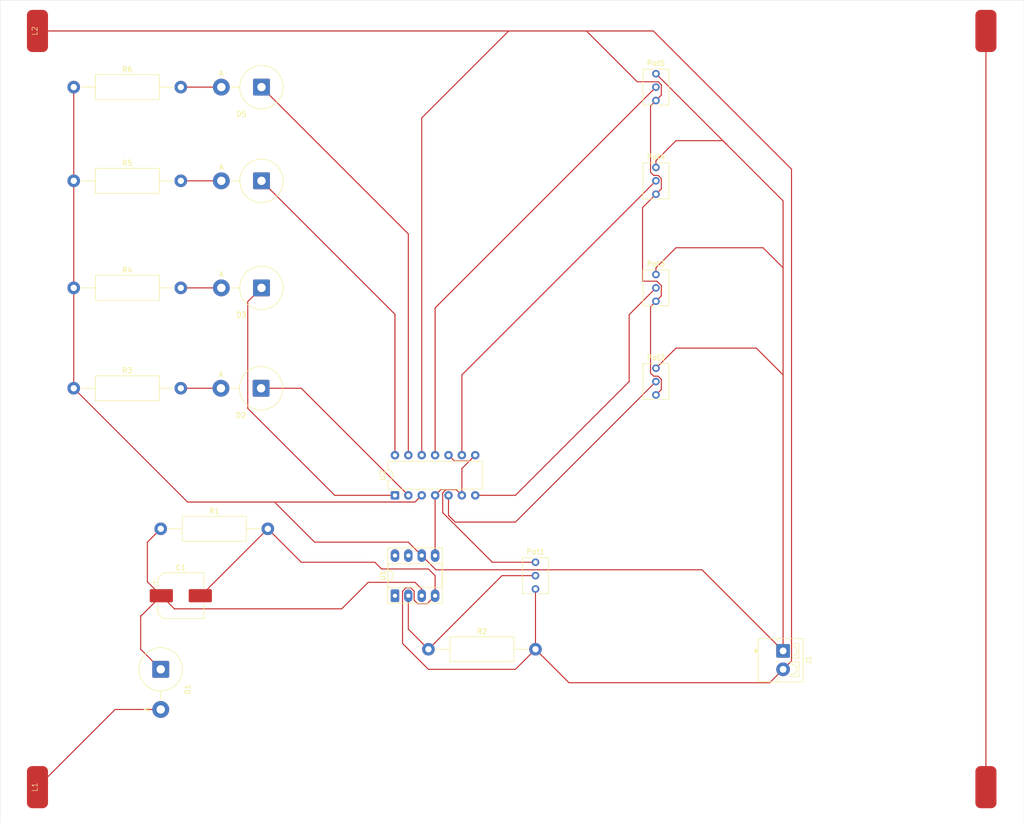
<source format=kicad_pcb>
(kicad_pcb (version 20241229) (generator "pcbnew") (generator_version "9.0")
  (layers (0 "F.Cu" signal) (2 "B.Cu" signal) (13 "F.Paste" user) (15 "B.Paste" user) (5 "F.SilkS" user "F.Silkscreen") (7 "B.SilkS" user "B.Silkscreen") (1 "F.Mask" user) (3 "B.Mask" user) (25 "Edge.Cuts" user))
  (net 0 "")
  (net 1 "GND")
  (net 2 "Net-(D1-K)")
  (net 3 "Net-(D1-A)")
  (net 4 "Net-(D2-A)")
  (net 5 "Net-(D2-K)")
  (net 6 "Net-(D3-K)")
  (net 7 "Net-(D3-A)")
  (net 8 "Net-(D4-K)")
  (net 9 "Net-(D4-A)")
  (net 10 "Net-(D5-K)")
  (net 11 "Net-(D5-A)")
  (net 12 "+5V")
  (net 13 "Net-(U1--)")
  (net 14 "Net-(U2A--)")
  (net 15 "Net-(U2A-+)")
  (net 16 "Net-(U2B-+)")
  (net 17 "Net-(U2C-+)")
  (net 18 "Net-(U2D-+)")
  (net 22 "Net-(L1-Pad2)")
  (footprint "Resistor_THT:R_Axial_DIN0414_L11.9mm_D4.5mm_P20.32mm_Horizontal" (layer "F.Cu") (at 39.37 27.94)
    (property "Reference" "R6" (at 10.16 -3.37 0) (layer "F.SilkS"))
    (property "Value" "150")
    (fp_line (start 1.44 0) (end 4.09 0) (stroke (width 0.12)) (layer "F.SilkS"))
    (fp_line (start 18.88 0) (end 16.23 0) (stroke (width 0.12)) (layer "F.SilkS"))
    (fp_rect (start 4.09 -2.37) (end 16.23 2.37) (stroke (width 0.12)) (fill no) (layer "F.SilkS"))
    (pad "1" thru_hole circle (at 0 0) (size 2.4 2.4) (drill 1.2) (layers "*.Cu" "*.Mask") (net 12 "+5V"))
    (pad "2" thru_hole circle (at 20.32 0) (size 2.4 2.4) (drill 1.2) (layers "*.Cu" "*.Mask") (net 11 "Net-(D5-A)"))
  )
  (footprint "Diode_THT:D_5KPW_P7.62mm_Vertical_AnodeUp" (layer "F.Cu") (at 75 66.04 180)
    (property "Reference" "D3" (at 3.81 -5.12 0) (layer "F.SilkS"))
    (property "Value" "LED" (hide yes))
    (fp_line (start 4.12 0) (end 5.72 0) (stroke (width 0.12)) (layer "F.SilkS"))
    (fp_circle (center 0 0) (end 4.12 0) (stroke (width 0.12)) (fill no) (layer "F.SilkS"))
    (fp_text user "A" (at 7.62 2.6 0) (layer "F.SilkS"))
    (pad "1" thru_hole roundrect (at 0 0 180) (size 3.2 3.2) (drill 1.6) (layers "*.Cu" "*.Mask") (roundrect_rratio 0.078125) (net 6 "Net-(D3-K)"))
    (pad "2" thru_hole circle (at 7.62 0 180) (size 3.2 3.2) (drill 1.6) (layers "*.Cu" "*.Mask") (net 7 "Net-(D3-A)"))
  )
  (footprint "Resistor_THT:R_Axial_DIN0414_L11.9mm_D4.5mm_P20.32mm_Horizontal" (layer "F.Cu") (at 39.37 85.09)
    (property "Reference" "R3" (at 10.16 -3.37 0) (layer "F.SilkS"))
    (property "Value" "150")
    (fp_line (start 1.44 0) (end 4.09 0) (stroke (width 0.12)) (layer "F.SilkS"))
    (fp_line (start 18.88 0) (end 16.23 0) (stroke (width 0.12)) (layer "F.SilkS"))
    (fp_rect (start 4.09 -2.37) (end 16.23 2.37) (stroke (width 0.12)) (fill no) (layer "F.SilkS"))
    (pad "1" thru_hole circle (at 0 0) (size 2.4 2.4) (drill 1.2) (layers "*.Cu" "*.Mask") (net 12 "+5V"))
    (pad "2" thru_hole circle (at 20.32 0) (size 2.4 2.4) (drill 1.2) (layers "*.Cu" "*.Mask") (net 4 "Net-(D2-A)"))
  )
  (footprint "Diode_THT:D_5KPW_P7.62mm_Vertical_AnodeUp" (layer "F.Cu") (at 75 27.94 180)
    (property "Reference" "D5" (at 3.81 -5.12 0) (layer "F.SilkS"))
    (property "Value" "LED")
    (fp_line (start 4.12 0) (end 5.72 0) (stroke (width 0.12)) (layer "F.SilkS"))
    (fp_circle (center 0 0) (end 4.12 0) (stroke (width 0.12)) (fill no) (layer "F.SilkS"))
    (fp_text user "A" (at 7.62 2.6 0) (layer "F.SilkS"))
    (pad "1" thru_hole roundrect (at 0 0 180) (size 3.2 3.2) (drill 1.6) (layers "*.Cu" "*.Mask") (roundrect_rratio 0.078125) (net 10 "Net-(D5-K)"))
    (pad "2" thru_hole circle (at 7.62 0 180) (size 3.2 3.2) (drill 1.6) (layers "*.Cu" "*.Mask") (net 11 "Net-(D5-A)"))
  )
  (footprint "Package_DIP:DIP-14_W7.62mm" (layer "F.Cu") (at 100.33 105.41 90)
    (property "Reference" "U2" (at 3.81 -2.33 90) (layer "F.SilkS"))
    (property "Value" "LM339")
    (fp_line (start 6.46 -1.33) (end 4.81 -1.33) (stroke (width 0.12)) (layer "F.SilkS"))
    (fp_line (start 2.81 -1.33) (end 1.16 -1.33) (stroke (width 0.12)) (layer "F.SilkS"))
    (fp_line (start 1.16 -1.33) (end 1.16 16.57) (stroke (width 0.12)) (layer "F.SilkS"))
    (fp_line (start 6.46 16.57) (end 6.46 -1.33) (stroke (width 0.12)) (layer "F.SilkS"))
    (fp_line (start 1.16 16.57) (end 6.46 16.57) (stroke (width 0.12)) (layer "F.SilkS"))
    (fp_arc (start 4.81 -1.33) (mid 3.81 -0.33) (end 2.81 -1.33) (stroke (width 0.12)) (layer "F.SilkS"))
    (pad "1" thru_hole roundrect (at 0 0 90) (size 1.6 1.6) (drill 0.8) (layers "*.Cu" "*.Mask") (roundrect_rratio 0.15625) (net 6 "Net-(D3-K)"))
    (pad "2" thru_hole circle (at 0 2.54 90) (size 1.6 1.6) (drill 0.8) (layers "*.Cu" "*.Mask") (net 5 "Net-(D2-K)"))
    (pad "3" thru_hole circle (at 0 5.08 90) (size 1.6 1.6) (drill 0.8) (layers "*.Cu" "*.Mask") (net 12 "+5V"))
    (pad "4" thru_hole circle (at 0 7.62 90) (size 1.6 1.6) (drill 0.8) (layers "*.Cu" "*.Mask") (net 14 "Net-(U2A--)"))
    (pad "5" thru_hole circle (at 0 10.16 90) (size 1.6 1.6) (drill 0.8) (layers "*.Cu" "*.Mask") (net 15 "Net-(U2A-+)"))
    (pad "6" thru_hole circle (at 0 12.7 90) (size 1.6 1.6) (drill 0.8) (layers "*.Cu" "*.Mask") (net 14 "Net-(U2A--)"))
    (pad "7" thru_hole circle (at 0 15.24 90) (size 1.6 1.6) (drill 0.8) (layers "*.Cu" "*.Mask") (net 16 "Net-(U2B-+)"))
    (pad "8" thru_hole circle (at 7.62 15.24 90) (size 1.6 1.6) (drill 0.8) (layers "*.Cu" "*.Mask") (net 14 "Net-(U2A--)"))
    (pad "9" thru_hole circle (at 7.62 12.7 90) (size 1.6 1.6) (drill 0.8) (layers "*.Cu" "*.Mask") (net 18 "Net-(U2D-+)"))
    (pad "10" thru_hole circle (at 7.62 10.16 90) (size 1.6 1.6) (drill 0.8) (layers "*.Cu" "*.Mask") (net 14 "Net-(U2A--)"))
    (pad "11" thru_hole circle (at 7.62 7.62 90) (size 1.6 1.6) (drill 0.8) (layers "*.Cu" "*.Mask") (net 17 "Net-(U2C-+)"))
    (pad "12" thru_hole circle (at 7.62 5.08 90) (size 1.6 1.6) (drill 0.8) (layers "*.Cu" "*.Mask") (net 1 "GND"))
    (pad "13" thru_hole circle (at 7.62 2.54 90) (size 1.6 1.6) (drill 0.8) (layers "*.Cu" "*.Mask") (net 10 "Net-(D5-K)"))
    (pad "14" thru_hole circle (at 7.62 0 90) (size 1.6 1.6) (drill 0.8) (layers "*.Cu" "*.Mask") (net 8 "Net-(D4-K)"))
  )
  (footprint "Resistor_THT:R_Axial_DIN0414_L11.9mm_D4.5mm_P20.32mm_Horizontal" (layer "F.Cu") (at 106.68 134.62)
    (property "Reference" "R2" (at 10.16 -3.37 0) (layer "F.SilkS"))
    (property "Value" "10k")
    (fp_line (start 1.44 0) (end 4.09 0) (stroke (width 0.12)) (layer "F.SilkS"))
    (fp_line (start 18.88 0) (end 16.23 0) (stroke (width 0.12)) (layer "F.SilkS"))
    (fp_rect (start 4.09 -2.37) (end 16.23 2.37) (stroke (width 0.12)) (fill no) (layer "F.SilkS"))
    (pad "1" thru_hole circle (at 0 0) (size 2.4 2.4) (drill 1.2) (layers "*.Cu" "*.Mask") (net 13 "Net-(U1--)"))
    (pad "2" thru_hole circle (at 20.32 0) (size 2.4 2.4) (drill 1.2) (layers "*.Cu" "*.Mask") (net 1 "GND"))
  )
  (footprint "Resistor_THT:R_Axial_DIN0414_L11.9mm_D4.5mm_P20.32mm_Horizontal" (layer "F.Cu") (at 39.37 66.04)
    (property "Reference" "R4" (at 10.16 -3.37 0) (layer "F.SilkS"))
    (property "Value" "150")
    (fp_line (start 1.44 0) (end 4.09 0) (stroke (width 0.12)) (layer "F.SilkS"))
    (fp_line (start 18.88 0) (end 16.23 0) (stroke (width 0.12)) (layer "F.SilkS"))
    (fp_rect (start 4.09 -2.37) (end 16.23 2.37) (stroke (width 0.12)) (fill no) (layer "F.SilkS"))
    (pad "1" thru_hole circle (at 0 0) (size 2.4 2.4) (drill 1.2) (layers "*.Cu" "*.Mask") (net 12 "+5V"))
    (pad "2" thru_hole circle (at 20.32 0) (size 2.4 2.4) (drill 1.2) (layers "*.Cu" "*.Mask") (net 7 "Net-(D3-A)"))
  )
  (footprint "TerminalBlock_4Ucon:TerminalBlock_4Ucon_1x02_P3.50mm_Vertical" (layer "F.Cu") (at 173.99 134.93 -90)
    (property "Reference" "J1" (at 1.75 -4.82 90) (layer "F.SilkS"))
    (property "Value" "Screw_Terminal_01x02")
    (fp_line (start -2.37 4.72) (end -2.37 -3.82) (stroke (width 0.12)) (layer "F.SilkS"))
    (fp_line (start -0.3 4.72) (end -2.37 4.72) (stroke (width 0.12)) (layer "F.SilkS"))
    (fp_line (start 5.87 4.72) (end 0.3 4.72) (stroke (width 0.12)) (layer "F.SilkS"))
    (fp_line (start -2.37 1.1) (end -1.78 1.1) (stroke (width 0.12)) (layer "F.SilkS"))
    (fp_line (start 1.78 1.1) (end 2.101 1.1) (stroke (width 0.12)) (layer "F.SilkS"))
    (fp_line (start 4.899 1.1) (end 5.87 1.1) (stroke (width 0.12)) (layer "F.SilkS"))
    (fp_line (start 2.1 -1.099) (end 2.1 -3) (stroke (width 0.12)) (layer "F.SilkS"))
    (fp_line (start -1.4 -1.78) (end -1.4 -3) (stroke (width 0.12)) (layer "F.SilkS"))
    (fp_line (start -1.4 -3) (end 1.4 -3) (stroke (width 0.12)) (layer "F.SilkS"))
    (fp_line (start 1.4 -3) (end 1.4 -1.78) (stroke (width 0.12)) (layer "F.SilkS"))
    (fp_line (start 2.1 -3) (end 4.9 -3) (stroke (width 0.12)) (layer "F.SilkS"))
    (fp_line (start 4.9 -3) (end 4.9 -1.099) (stroke (width 0.12)) (layer "F.SilkS"))
    (fp_line (start -2.37 -3.82) (end 5.87 -3.82) (stroke (width 0.12)) (layer "F.SilkS"))
    (fp_line (start 5.87 -3.82) (end 5.87 4.72) (stroke (width 0.12)) (layer "F.SilkS"))
    (fp_arc (start 2.508 -1.478) (mid 3.5 -2.6) (end 4.492 -1.478) (stroke (width 0.12)) (layer "F.SilkS"))
    (fp_arc (start -0.984 -1.78) (mid 0 -2.6) (end 0.984 -1.78) (stroke (width 0.12)) (layer "F.SilkS"))
    (fp_poly (pts (xy 0 4.72) (xy 0.44 5.33) (xy -0.44 5.33)) (stroke (width 0.12)) (fill yes) (layer "F.SilkS"))
    (pad "1" thru_hole roundrect (at 0 0 270) (size 2.6 2.6) (drill 1.3) (layers "*.Cu" "*.Mask") (roundrect_rratio 0.096154) (net 12 "+5V"))
    (pad "2" thru_hole circle (at 3.5 0 270) (size 2.6 2.6) (drill 1.3) (layers "*.Cu" "*.Mask") (net 1 "GND"))
  )
  (footprint "Potentiometer_THT:Potentiometer_Vishay_T73XW_Horizontal" (layer "F.Cu") (at 149.86 43.18)
    (property "Reference" "Pot4" (at 0 -2.01 0) (layer "F.SilkS"))
    (property "Value" "10k")
    (fp_line (start -2.46 -0.87) (end -0.382 -0.87) (stroke (width 0.12)) (layer "F.SilkS"))
    (fp_line (start -2.46 5.95) (end -2.46 -0.87) (stroke (width 0.12)) (layer "F.SilkS"))
    (fp_line (start -0.382 5.95) (end -2.46 5.95) (stroke (width 0.12)) (layer "F.SilkS"))
    (fp_line (start 0.382 -0.87) (end 2.46 -0.87) (stroke (width 0.12)) (layer "F.SilkS"))
    (fp_line (start 2.46 -0.87) (end 2.46 5.95) (stroke (width 0.12)) (layer "F.SilkS"))
    (fp_line (start 2.46 5.95) (end 0.382 5.95) (stroke (width 0.12)) (layer "F.SilkS"))
    (pad "1" thru_hole circle (at 0 0) (size 1.44 1.44) (drill 0.8) (layers "*.Cu" "*.Mask") (net 12 "+5V"))
    (pad "2" thru_hole circle (at 0 2.54) (size 1.44 1.44) (drill 0.8) (layers "*.Cu" "*.Mask") (net 18 "Net-(U2D-+)"))
    (pad "3" thru_hole circle (at 0 5.08) (size 1.44 1.44) (drill 0.8) (layers "*.Cu" "*.Mask") (net 1 "GND"))
  )
  (footprint "LibraryCoil:2Pad" (layer "F.Cu") (at 32.486228 160.790615 90)
    (property "Reference" "L1" (at 0 -0.5 90) (layer "F.SilkS") (effects (font (thickness 0.1))))
    (property "Value" "~")
    (pad "1" smd roundrect (at 0 0) (size 4 8) (layers "F.Cu" "F.Mask") (net 3 "Net-(D1-A)"))
    (pad "2" smd roundrect (at 0 180) (size 4 8) (layers "F.Cu" "F.Mask") (net 22 "Net-(L1-Pad2)"))
  )
  (footprint "Diode_THT:D_5KPW_P7.62mm_Vertical_AnodeUp" (layer "F.Cu") (at 55.88 138.43 -90)
    (property "Reference" "D1" (at 3.81 -5.12 90) (layer "F.SilkS"))
    (property "Value" "0.2V")
    (fp_line (start 4.12 0) (end 5.72 0) (stroke (width 0.12)) (layer "F.SilkS"))
    (fp_circle (center 0 0) (end 4.12 0) (stroke (width 0.12)) (fill no) (layer "F.SilkS"))
    (fp_text user "A" (at 7.62 2.6 90) (layer "F.SilkS"))
    (pad "1" thru_hole roundrect (at 0 0 270) (size 3.2 3.2) (drill 1.6) (layers "*.Cu" "*.Mask") (roundrect_rratio 0.078125) (net 2 "Net-(D1-K)"))
    (pad "2" thru_hole circle (at 7.62 0 270) (size 3.2 3.2) (drill 1.6) (layers "*.Cu" "*.Mask") (net 3 "Net-(D1-A)"))
  )
  (footprint "Diode_THT:D_5KPW_P7.62mm_Vertical_AnodeUp" (layer "F.Cu") (at 75 45.72 180)
    (property "Reference" "D4" (hide yes))
    (property "Value" "LED")
    (fp_line (start 4.12 0) (end 5.72 0) (stroke (width 0.12)) (layer "F.SilkS"))
    (fp_circle (center 0 0) (end 4.12 0) (stroke (width 0.12)) (fill no) (layer "F.SilkS"))
    (fp_text user "A" (at 7.62 2.6 0) (layer "F.SilkS"))
    (pad "1" thru_hole roundrect (at 0 0 180) (size 3.2 3.2) (drill 1.6) (layers "*.Cu" "*.Mask") (roundrect_rratio 0.078125) (net 8 "Net-(D4-K)"))
    (pad "2" thru_hole circle (at 7.62 0 180) (size 3.2 3.2) (drill 1.6) (layers "*.Cu" "*.Mask") (net 9 "Net-(D4-A)"))
  )
  (footprint "Potentiometer_THT:Potentiometer_Vishay_T73XW_Horizontal" (layer "F.Cu") (at 149.86 25.4)
    (property "Reference" "Pot5" (at 0 -2.01 0) (layer "F.SilkS"))
    (property "Value" "10k")
    (fp_line (start -2.46 -0.87) (end -0.382 -0.87) (stroke (width 0.12)) (layer "F.SilkS"))
    (fp_line (start -2.46 5.95) (end -2.46 -0.87) (stroke (width 0.12)) (layer "F.SilkS"))
    (fp_line (start -0.382 5.95) (end -2.46 5.95) (stroke (width 0.12)) (layer "F.SilkS"))
    (fp_line (start 0.382 -0.87) (end 2.46 -0.87) (stroke (width 0.12)) (layer "F.SilkS"))
    (fp_line (start 2.46 -0.87) (end 2.46 5.95) (stroke (width 0.12)) (layer "F.SilkS"))
    (fp_line (start 2.46 5.95) (end 0.382 5.95) (stroke (width 0.12)) (layer "F.SilkS"))
    (pad "1" thru_hole circle (at 0 0) (size 1.44 1.44) (drill 0.8) (layers "*.Cu" "*.Mask") (net 12 "+5V"))
    (pad "2" thru_hole circle (at 0 2.54) (size 1.44 1.44) (drill 0.8) (layers "*.Cu" "*.Mask") (net 17 "Net-(U2C-+)"))
    (pad "3" thru_hole circle (at 0 5.08) (size 1.44 1.44) (drill 0.8) (layers "*.Cu" "*.Mask") (net 1 "GND"))
  )
  (footprint "Diode_THT:D_5KPW_P7.62mm_Vertical_AnodeUp" (layer "F.Cu") (at 74.93 85.09 180)
    (property "Reference" "D2" (at 3.81 -5.12 0) (layer "F.SilkS"))
    (property "Value" "LED")
    (fp_line (start 4.12 0) (end 5.72 0) (stroke (width 0.12)) (layer "F.SilkS"))
    (fp_circle (center 0 0) (end 4.12 0) (stroke (width 0.12)) (fill no) (layer "F.SilkS"))
    (fp_text user "A" (at 7.62 2.6 0) (layer "F.SilkS"))
    (pad "1" thru_hole roundrect (at 0 0 180) (size 3.2 3.2) (drill 1.6) (layers "*.Cu" "*.Mask") (roundrect_rratio 0.078125) (net 5 "Net-(D2-K)"))
    (pad "2" thru_hole circle (at 7.62 0 180) (size 3.2 3.2) (drill 1.6) (layers "*.Cu" "*.Mask") (net 4 "Net-(D2-A)"))
  )
  (footprint "Potentiometer_THT:Potentiometer_Vishay_T73XW_Horizontal" (layer "F.Cu") (at 149.86 63.5)
    (property "Reference" "Pot3" (at 0 -2.01 0) (layer "F.SilkS"))
    (property "Value" "10k")
    (fp_line (start -2.46 -0.87) (end -0.382 -0.87) (stroke (width 0.12)) (layer "F.SilkS"))
    (fp_line (start -2.46 5.95) (end -2.46 -0.87) (stroke (width 0.12)) (layer "F.SilkS"))
    (fp_line (start -0.382 5.95) (end -2.46 5.95) (stroke (width 0.12)) (layer "F.SilkS"))
    (fp_line (start 0.382 -0.87) (end 2.46 -0.87) (stroke (width 0.12)) (layer "F.SilkS"))
    (fp_line (start 2.46 -0.87) (end 2.46 5.95) (stroke (width 0.12)) (layer "F.SilkS"))
    (fp_line (start 2.46 5.95) (end 0.382 5.95) (stroke (width 0.12)) (layer "F.SilkS"))
    (pad "1" thru_hole circle (at 0 0) (size 1.44 1.44) (drill 0.8) (layers "*.Cu" "*.Mask") (net 12 "+5V"))
    (pad "2" thru_hole circle (at 0 2.54) (size 1.44 1.44) (drill 0.8) (layers "*.Cu" "*.Mask") (net 16 "Net-(U2B-+)"))
    (pad "3" thru_hole circle (at 0 5.08) (size 1.44 1.44) (drill 0.8) (layers "*.Cu" "*.Mask") (net 1 "GND"))
  )
  (footprint "Package_DIP:DIP-8_W7.62mm_Socket_LongPads" (layer "F.Cu") (at 100.33 124.46 90)
    (property "Reference" "U1" (at 3.81 -2.33 90) (layer "F.SilkS"))
    (property "Value" "LM386")
    (fp_line (start 6.06 -1.33) (end 4.81 -1.33) (stroke (width 0.12)) (layer "F.SilkS"))
    (fp_line (start 2.81 -1.33) (end 1.56 -1.33) (stroke (width 0.12)) (layer "F.SilkS"))
    (fp_line (start 1.56 -1.33) (end 1.56 8.95) (stroke (width 0.12)) (layer "F.SilkS"))
    (fp_line (start 6.06 8.95) (end 6.06 -1.33) (stroke (width 0.12)) (layer "F.SilkS"))
    (fp_line (start 1.56 8.95) (end 6.06 8.95) (stroke (width 0.12)) (layer "F.SilkS"))
    (fp_rect (start -1.44 -1.39) (end 9.06 9.01) (stroke (width 0.12)) (fill no) (layer "F.SilkS"))
    (fp_arc (start 4.81 -1.33) (mid 3.81 -0.33) (end 2.81 -1.33) (stroke (width 0.12)) (layer "F.SilkS"))
    (pad "1" thru_hole roundrect (at 0 0 90) (size 2.4 1.6) (drill 0.8) (layers "*.Cu" "*.Mask") (roundrect_rratio 0.15625))
    (pad "2" thru_hole oval (at 0 2.54 90) (size 2.4 1.6) (drill 0.8) (layers "*.Cu" "*.Mask") (net 13 "Net-(U1--)"))
    (pad "3" thru_hole oval (at 0 5.08 90) (size 2.4 1.6) (drill 0.8) (layers "*.Cu" "*.Mask") (net 2 "Net-(D1-K)"))
    (pad "4" thru_hole oval (at 0 7.62 90) (size 2.4 1.6) (drill 0.8) (layers "*.Cu" "*.Mask") (net 1 "GND"))
    (pad "5" thru_hole oval (at 7.62 7.62 90) (size 2.4 1.6) (drill 0.8) (layers "*.Cu" "*.Mask") (net 14 "Net-(U2A--)"))
    (pad "6" thru_hole oval (at 7.62 5.08 90) (size 2.4 1.6) (drill 0.8) (layers "*.Cu" "*.Mask") (net 12 "+5V"))
    (pad "7" thru_hole oval (at 7.62 2.54 90) (size 2.4 1.6) (drill 0.8) (layers "*.Cu" "*.Mask"))
    (pad "8" thru_hole oval (at 7.62 0 90) (size 2.4 1.6) (drill 0.8) (layers "*.Cu" "*.Mask"))
  )
  (footprint "Potentiometer_THT:Potentiometer_Vishay_T73XW_Horizontal" (layer "F.Cu") (at 149.86 81.28)
    (property "Reference" "Pot2" (at 0 -2.01 0) (layer "F.SilkS"))
    (property "Value" "10k")
    (fp_line (start -2.46 -0.87) (end -0.382 -0.87) (stroke (width 0.12)) (layer "F.SilkS"))
    (fp_line (start -2.46 5.95) (end -2.46 -0.87) (stroke (width 0.12)) (layer "F.SilkS"))
    (fp_line (start -0.382 5.95) (end -2.46 5.95) (stroke (width 0.12)) (layer "F.SilkS"))
    (fp_line (start 0.382 -0.87) (end 2.46 -0.87) (stroke (width 0.12)) (layer "F.SilkS"))
    (fp_line (start 2.46 -0.87) (end 2.46 5.95) (stroke (width 0.12)) (layer "F.SilkS"))
    (fp_line (start 2.46 5.95) (end 0.382 5.95) (stroke (width 0.12)) (layer "F.SilkS"))
    (pad "1" thru_hole circle (at 0 0) (size 1.44 1.44) (drill 0.8) (layers "*.Cu" "*.Mask") (net 12 "+5V"))
    (pad "2" thru_hole circle (at 0 2.54) (size 1.44 1.44) (drill 0.8) (layers "*.Cu" "*.Mask") (net 15 "Net-(U2A-+)"))
    (pad "3" thru_hole circle (at 0 5.08) (size 1.44 1.44) (drill 0.8) (layers "*.Cu" "*.Mask") (net 1 "GND"))
  )
  (footprint "Capacitor_SMD:CP_Elec_8x10.5" (layer "F.Cu") (at 59.69 124.46)
    (property "Reference" "C1" (at 0 -5.3 0) (layer "F.SilkS"))
    (property "Value" "4.7uF")
    (fp_line (start -5.6 -2.51) (end -4.6 -2.51) (stroke (width 0.12)) (layer "F.SilkS"))
    (fp_line (start -5.1 -3.01) (end -5.1 -2.01) (stroke (width 0.12)) (layer "F.SilkS"))
    (fp_line (start -4.36 -3.295563) (end -4.36 -1.51) (stroke (width 0.12)) (layer "F.SilkS"))
    (fp_line (start -4.36 -3.295563) (end -3.295563 -4.36) (stroke (width 0.12)) (layer "F.SilkS"))
    (fp_line (start -4.36 3.295563) (end -4.36 1.51) (stroke (width 0.12)) (layer "F.SilkS"))
    (fp_line (start -4.36 3.295563) (end -3.295563 4.36) (stroke (width 0.12)) (layer "F.SilkS"))
    (fp_line (start -3.295563 -4.36) (end 4.36 -4.36) (stroke (width 0.12)) (layer "F.SilkS"))
    (fp_line (start -3.295563 4.36) (end 4.36 4.36) (stroke (width 0.12)) (layer "F.SilkS"))
    (fp_line (start 4.36 -4.36) (end 4.36 -1.51) (stroke (width 0.12)) (layer "F.SilkS"))
    (fp_line (start 4.36 4.36) (end 4.36 1.51) (stroke (width 0.12)) (layer "F.SilkS"))
    (pad "1" smd roundrect (at -3.7 0) (size 4.4 2.5) (layers "F.Cu" "F.Mask" "F.Paste") (roundrect_rratio 0.1) (net 2 "Net-(D1-K)"))
    (pad "2" smd roundrect (at 3.7 0) (size 4.4 2.5) (layers "F.Cu" "F.Mask" "F.Paste") (roundrect_rratio 0.1) (net 1 "GND"))
  )
  (footprint "LibraryCoil:2Pad" (layer "F.Cu") (at 32.486228 17.280615 90)
    (property "Reference" "L2" (at 0 -0.5 90) (layer "F.SilkS") (effects (font (thickness 0.1))))
    (property "Value" "~")
    (pad "1" smd roundrect (at 0 0) (size 4 8) (layers "F.Cu" "F.Mask") (net 1 "GND"))
    (pad "2" smd roundrect (at 0 180) (size 4 8) (layers "F.Cu" "F.Mask") (net 22 "Net-(L1-Pad2)"))
  )
  (footprint "Potentiometer_THT:Potentiometer_Vishay_T73XW_Horizontal" (layer "F.Cu") (at 127 118.11)
    (property "Reference" "Pot1" (at 0 -2.01 0) (layer "F.SilkS"))
    (property "Value" "10k")
    (fp_line (start -2.46 -0.87) (end -0.382 -0.87) (stroke (width 0.12)) (layer "F.SilkS"))
    (fp_line (start -2.46 5.95) (end -2.46 -0.87) (stroke (width 0.12)) (layer "F.SilkS"))
    (fp_line (start -0.382 5.95) (end -2.46 5.95) (stroke (width 0.12)) (layer "F.SilkS"))
    (fp_line (start 0.382 -0.87) (end 2.46 -0.87) (stroke (width 0.12)) (layer "F.SilkS"))
    (fp_line (start 2.46 -0.87) (end 2.46 5.95) (stroke (width 0.12)) (layer "F.SilkS"))
    (fp_line (start 2.46 5.95) (end 0.382 5.95) (stroke (width 0.12)) (layer "F.SilkS"))
    (pad "1" thru_hole circle (at 0 0) (size 1.44 1.44) (drill 0.8) (layers "*.Cu" "*.Mask") (net 14 "Net-(U2A--)"))
    (pad "2" thru_hole circle (at 0 2.54) (size 1.44 1.44) (drill 0.8) (layers "*.Cu" "*.Mask") (net 13 "Net-(U1--)"))
    (pad "3" thru_hole circle (at 0 5.08) (size 1.44 1.44) (drill 0.8) (layers "*.Cu" "*.Mask") (net 1 "GND"))
  )
  (footprint "Resistor_THT:R_Axial_DIN0414_L11.9mm_D4.5mm_P20.32mm_Horizontal" (layer "F.Cu") (at 39.37 45.72)
    (property "Reference" "R5" (at 10.16 -3.37 0) (layer "F.SilkS"))
    (property "Value" "150")
    (fp_line (start 1.44 0) (end 4.09 0) (stroke (width 0.12)) (layer "F.SilkS"))
    (fp_line (start 18.88 0) (end 16.23 0) (stroke (width 0.12)) (layer "F.SilkS"))
    (fp_rect (start 4.09 -2.37) (end 16.23 2.37) (stroke (width 0.12)) (fill no) (layer "F.SilkS"))
    (pad "1" thru_hole circle (at 0 0) (size 2.4 2.4) (drill 1.2) (layers "*.Cu" "*.Mask") (net 12 "+5V"))
    (pad "2" thru_hole circle (at 20.32 0) (size 2.4 2.4) (drill 1.2) (layers "*.Cu" "*.Mask") (net 9 "Net-(D4-A)"))
  )
  (footprint "Resistor_THT:R_Axial_DIN0414_L11.9mm_D4.5mm_P20.32mm_Horizontal" (layer "F.Cu") (at 55.88 111.76)
    (property "Reference" "R1" (at 10.16 -3.37 0) (layer "F.SilkS"))
    (property "Value" "470k")
    (fp_line (start 1.44 0) (end 4.09 0) (stroke (width 0.12)) (layer "F.SilkS"))
    (fp_line (start 18.88 0) (end 16.23 0) (stroke (width 0.12)) (layer "F.SilkS"))
    (fp_rect (start 4.09 -2.37) (end 16.23 2.37) (stroke (width 0.12)) (fill no) (layer "F.SilkS"))
    (pad "1" thru_hole circle (at 0 0) (size 2.4 2.4) (drill 1.2) (layers "*.Cu" "*.Mask") (net 2 "Net-(D1-K)"))
    (pad "2" thru_hole circle (at 20.32 0) (size 2.4 2.4) (drill 1.2) (layers "*.Cu" "*.Mask") (net 1 "GND"))
  )
  (gr_line (start 219.71 11.43) (end 25.4 11.43) (stroke (width 0.05)) (layer "Edge.Cuts"))
  (gr_line (start 219.71 167.64) (end 219.71 11.43) (stroke (width 0.05)) (layer "Edge.Cuts"))
  (gr_line (start 25.4 11.43) (end 25.4 167.64) (stroke (width 0.05)) (layer "Edge.Cuts"))
  (gr_line (start 25.4 167.64) (end 219.71 167.64) (stroke (width 0.05)) (layer "Edge.Cuts"))
  (segment (start 149.437087 82.799) (end 150.282913 82.799) (width 0.2) (layer "F.Cu") (net 1))
  (segment (start 104.615951 125.961) (end 103.971 125.316049) (width 0.2) (layer "F.Cu") (net 1))
  (segment (start 150.881 45.297087) (end 150.881 47.239) (width 0.2) (layer "F.Cu") (net 1))
  (segment (start 107.95 120.65) (end 107.95 124.46) (width 0.2) (layer "F.Cu") (net 1))
  (segment (start 76.2 111.76) (end 82.55 118.11) (width 0.2) (layer "F.Cu") (net 1))
  (segment (start 32.486228 17.280615) (end 121.92 17.280615) (width 0.2) (layer "F.Cu") (net 1))
  (segment (start 136.660615 17.280615) (end 137.16 17.78) (width 0.2) (layer "F.Cu") (net 1))
  (segment (start 76.2 111.76) (end 63.5 124.46) (width 0.2) (layer "F.Cu") (net 1))
  (segment (start 150.881 29.459) (end 149.86 30.48) (width 0.2) (layer "F.Cu") (net 1))
  (segment (start 106.68 138.43) (end 123.19 138.43) (width 0.2) (layer "F.Cu") (net 1))
  (segment (start 150.282913 26.919) (end 150.881 27.517087) (width 0.2) (layer "F.Cu") (net 1))
  (segment (start 150.881 27.517087) (end 150.881 29.459) (width 0.2) (layer "F.Cu") (net 1))
  (segment (start 175.591 136.829) (end 175.591 43.511) (width 0.2) (layer "F.Cu") (net 1))
  (segment (start 150.033913 64.77) (end 150.881 65.617087) (width 0.2) (layer "F.Cu") (net 1))
  (segment (start 103.971 125.316049) (end 103.971 123.603951) (width 0.2) (layer "F.Cu") (net 1))
  (segment (start 146.299 26.919) (end 150.282913 26.919) (width 0.2) (layer "F.Cu") (net 1))
  (segment (start 148.839 82.200913) (end 149.437087 82.799) (width 0.2) (layer "F.Cu") (net 1))
  (segment (start 150.881 65.617087) (end 150.881 67.559) (width 0.2) (layer "F.Cu") (net 1))
  (segment (start 173.99 138.43) (end 171.45 140.97) (width 0.2) (layer "F.Cu") (net 1))
  (segment (start 106.68 119.38) (end 107.95 120.65) (width 0.2) (layer "F.Cu") (net 1))
  (segment (start 149.86 48.26) (end 147.32 50.8) (width 0.2) (layer "F.Cu") (net 1))
  (segment (start 149.86 30.48) (end 148.839 31.501) (width 0.2) (layer "F.Cu") (net 1))
  (segment (start 175.591 43.511) (end 149.360615 17.280615) (width 0.2) (layer "F.Cu") (net 1))
  (segment (start 150.881 85.339) (end 149.86 86.36) (width 0.2) (layer "F.Cu") (net 1))
  (segment (start 148.839 69.601) (end 148.839 82.200913) (width 0.2) (layer "F.Cu") (net 1))
  (segment (start 150.282913 82.799) (end 150.881 83.397087) (width 0.2) (layer "F.Cu") (net 1))
  (segment (start 82.55 118.11) (end 96.52 118.11) (width 0.2) (layer "F.Cu") (net 1))
  (segment (start 107.95 124.46) (end 106.449 125.961) (width 0.2) (layer "F.Cu") (net 1))
  (segment (start 121.92 17.280615) (end 136.660615 17.280615) (width 0.2) (layer "F.Cu") (net 1))
  (segment (start 148.839 44.100913) (end 149.437087 44.699) (width 0.2) (layer "F.Cu") (net 1))
  (segment (start 133.35 140.97) (end 127 134.62) (width 0.2) (layer "F.Cu") (net 1))
  (segment (start 123.19 138.43) (end 127 134.62) (width 0.2) (layer "F.Cu") (net 1))
  (segment (start 150.881 47.239) (end 149.86 48.26) (width 0.2) (layer "F.Cu") (net 1))
  (segment (start 150.881 67.559) (end 149.86 68.58) (width 0.2) (layer "F.Cu") (net 1))
  (segment (start 106.449 125.961) (end 104.615951 125.961) (width 0.2) (layer "F.Cu") (net 1))
  (segment (start 105.41 33.790615) (end 121.92 17.280615) (width 0.2) (layer "F.Cu") (net 1))
  (segment (start 105.41 97.79) (end 105.41 33.790615) (width 0.2) (layer "F.Cu") (net 1))
  (segment (start 127 123.19) (end 127 134.62) (width 0.2) (layer "F.Cu") (net 1))
  (segment (start 101.769 123.603951) (end 101.769 133.519) (width 0.2) (layer "F.Cu") (net 1))
  (segment (start 150.881 83.397087) (end 150.881 85.339) (width 0.2) (layer "F.Cu") (net 1))
  (segment (start 148.839 31.501) (end 148.839 44.100913) (width 0.2) (layer "F.Cu") (net 1))
  (segment (start 149.360615 17.280615) (end 136.660615 17.280615) (width 0.2) (layer "F.Cu") (net 1))
  (segment (start 63.5 124.46) (end 63.39 124.46) (width 0.2) (layer "F.Cu") (net 1))
  (segment (start 102.413951 122.959) (end 101.769 123.603951) (width 0.2) (layer "F.Cu") (net 1))
  (segment (start 173.99 138.43) (end 175.591 136.829) (width 0.2) (layer "F.Cu") (net 1))
  (segment (start 147.32 64.77) (end 150.033913 64.77) (width 0.2) (layer "F.Cu") (net 1))
  (segment (start 137.16 17.78) (end 146.299 26.919) (width 0.2) (layer "F.Cu") (net 1))
  (segment (start 97.79 119.38) (end 106.68 119.38) (width 0.2) (layer "F.Cu") (net 1))
  (segment (start 171.45 140.97) (end 133.35 140.97) (width 0.2) (layer "F.Cu") (net 1))
  (segment (start 103.971 123.603951) (end 103.326049 122.959) (width 0.2) (layer "F.Cu") (net 1))
  (segment (start 96.52 118.11) (end 97.79 119.38) (width 0.2) (layer "F.Cu") (net 1))
  (segment (start 150.282913 44.699) (end 150.881 45.297087) (width 0.2) (layer "F.Cu") (net 1))
  (segment (start 149.86 68.58) (end 148.839 69.601) (width 0.2) (layer "F.Cu") (net 1))
  (segment (start 149.437087 44.699) (end 150.282913 44.699) (width 0.2) (layer "F.Cu") (net 1))
  (segment (start 101.769 133.519) (end 106.68 138.43) (width 0.2) (layer "F.Cu") (net 1))
  (segment (start 147.32 50.8) (end 147.32 64.77) (width 0.2) (layer "F.Cu") (net 1))
  (segment (start 103.326049 122.959) (end 102.413951 122.959) (width 0.2) (layer "F.Cu") (net 1))
  (segment (start 52.07 134.62) (end 52.07 128.27) (width 0.2) (layer "F.Cu") (net 2))
  (segment (start 105.41 123.19) (end 105.41 124.46) (width 0.2) (layer "F.Cu") (net 2))
  (segment (start 104.14 121.92) (end 105.41 123.19) (width 0.2) (layer "F.Cu") (net 2))
  (segment (start 90.225 126.945) (end 95.25 121.92) (width 0.2) (layer "F.Cu") (net 2))
  (segment (start 52.07 128.27) (end 52.18 128.27) (width 0.2) (layer "F.Cu") (net 2))
  (segment (start 53.34 114.3) (end 55.88 111.76) (width 0.2) (layer "F.Cu") (net 2))
  (segment (start 58.475 126.945) (end 58.53 127) (width 0.2) (layer "F.Cu") (net 2))
  (segment (start 95.25 121.92) (end 104.14 121.92) (width 0.2) (layer "F.Cu") (net 2))
  (segment (start 52.18 128.27) (end 55.99 124.46) (width 0.2) (layer "F.Cu") (net 2))
  (segment (start 55.99 124.46) (end 53.34 121.81) (width 0.2) (layer "F.Cu") (net 2))
  (segment (start 55.99 124.46) (end 58.475 126.945) (width 0.2) (layer "F.Cu") (net 2))
  (segment (start 55.88 138.43) (end 52.07 134.62) (width 0.2) (layer "F.Cu") (net 2))
  (segment (start 53.34 121.81) (end 53.34 114.3) (width 0.2) (layer "F.Cu") (net 2))
  (segment (start 58.475 126.945) (end 90.225 126.945) (width 0.2) (layer "F.Cu") (net 2))
  (segment (start 47.226843 146.05) (end 55.88 146.05) (width 0.2) (layer "F.Cu") (net 3))
  (segment (start 32.486228 160.790615) (end 47.226843 146.05) (width 0.2) (layer "F.Cu") (net 3))
  (segment (start 59.69 85.09) (end 67.31 85.09) (width 0.2) (layer "F.Cu") (net 4))
  (segment (start 82.55 85.09) (end 74.93 85.09) (width 0.2) (layer "F.Cu") (net 5))
  (segment (start 102.87 105.41) (end 82.55 85.09) (width 0.2) (layer "F.Cu") (net 5))
  (segment (start 72.39 88.9) (end 72.39 68.65) (width 0.2) (layer "F.Cu") (net 6))
  (segment (start 100.33 105.41) (end 88.9 105.41) (width 0.2) (layer "F.Cu") (net 6))
  (segment (start 72.39 68.65) (end 75 66.04) (width 0.2) (layer "F.Cu") (net 6))
  (segment (start 88.9 105.41) (end 72.39 88.9) (width 0.2) (layer "F.Cu") (net 6))
  (segment (start 59.69 66.04) (end 67.38 66.04) (width 0.2) (layer "F.Cu") (net 7))
  (segment (start 100.33 71.05) (end 75 45.72) (width 0.2) (layer "F.Cu") (net 8))
  (segment (start 100.33 97.79) (end 100.33 71.05) (width 0.2) (layer "F.Cu") (net 8))
  (segment (start 59.69 45.72) (end 67.38 45.72) (width 0.2) (layer "F.Cu") (net 9))
  (segment (start 102.87 97.79) (end 102.87 55.81) (width 0.2) (layer "F.Cu") (net 10))
  (segment (start 102.87 55.81) (end 75 27.94) (width 0.2) (layer "F.Cu") (net 10))
  (segment (start 59.69 27.94) (end 67.38 27.94) (width 0.2) (layer "F.Cu") (net 11))
  (segment (start 163.195 38.735) (end 149.86 25.4) (width 0.2) (layer "F.Cu") (net 12))
  (segment (start 39.37 85.09) (end 60.96 106.68) (width 0.2) (layer "F.Cu") (net 12))
  (segment (start 173.99 62.23) (end 173.99 49.53) (width 0.2) (layer "F.Cu") (net 12))
  (segment (start 60.96 106.68) (end 77.47 106.68) (width 0.2) (layer "F.Cu") (net 12))
  (segment (start 153.67 58.42) (end 149.86 62.23) (width 0.2) (layer "F.Cu") (net 12))
  (segment (start 173.99 134.93) (end 173.99 82.55) (width 0.2) (layer "F.Cu") (net 12))
  (segment (start 173.99 62.23) (end 170.18 58.42) (width 0.2) (layer "F.Cu") (net 12))
  (segment (start 173.99 49.53) (end 163.195 38.735) (width 0.2) (layer "F.Cu") (net 12))
  (segment (start 39.37 45.72) (end 39.37 27.94) (width 0.2) (layer "F.Cu") (net 12))
  (segment (start 78.74 106.68) (end 104.14 106.68) (width 0.2) (layer "F.Cu") (net 12))
  (segment (start 158.595 119.535) (end 108.105 119.535) (width 0.2) (layer "F.Cu") (net 12))
  (segment (start 162.56 38.1) (end 153.67 38.1) (width 0.2) (layer "F.Cu") (net 12))
  (segment (start 173.99 82.55) (end 173.99 62.23) (width 0.2) (layer "F.Cu") (net 12))
  (segment (start 104.14 106.68) (end 105.41 105.41) (width 0.2) (layer "F.Cu") (net 12))
  (segment (start 105.41 116.84) (end 102.87 114.3) (width 0.2) (layer "F.Cu") (net 12))
  (segment (start 85.09 114.3) (end 77.47 106.68) (width 0.2) (layer "F.Cu") (net 12))
  (segment (start 168.91 77.47) (end 153.67 77.47) (width 0.2) (layer "F.Cu") (net 12))
  (segment (start 149.86 62.23) (end 149.86 63.5) (width 0.2) (layer "F.Cu") (net 12))
  (segment (start 153.67 77.47) (end 149.86 81.28) (width 0.2) (layer "F.Cu") (net 12))
  (segment (start 77.47 106.68) (end 78.74 106.68) (width 0.2) (layer "F.Cu") (net 12))
  (segment (start 39.37 85.09) (end 39.37 66.04) (width 0.2) (layer "F.Cu") (net 12))
  (segment (start 173.99 82.55) (end 168.91 77.47) (width 0.2) (layer "F.Cu") (net 12))
  (segment (start 149.86 41.91) (end 149.86 43.18) (width 0.2) (layer "F.Cu") (net 12))
  (segment (start 108.105 119.535) (end 105.41 116.84) (width 0.2) (layer "F.Cu") (net 12))
  (segment (start 163.195 38.735) (end 162.56 38.1) (width 0.2) (layer "F.Cu") (net 12))
  (segment (start 39.37 66.04) (end 39.37 45.72) (width 0.2) (layer "F.Cu") (net 12))
  (segment (start 170.18 58.42) (end 153.67 58.42) (width 0.2) (layer "F.Cu") (net 12))
  (segment (start 153.67 38.1) (end 149.86 41.91) (width 0.2) (layer "F.Cu") (net 12))
  (segment (start 102.87 114.3) (end 85.09 114.3) (width 0.2) (layer "F.Cu") (net 12))
  (segment (start 173.99 134.93) (end 158.595 119.535) (width 0.2) (layer "F.Cu") (net 12))
  (segment (start 102.87 130.81) (end 102.87 124.46) (width 0.2) (layer "F.Cu") (net 13))
  (segment (start 120.65 120.65) (end 106.68 134.62) (width 0.2) (layer "F.Cu") (net 13))
  (segment (start 106.68 134.62) (end 102.87 130.81) (width 0.2) (layer "F.Cu") (net 13))
  (segment (start 127 120.65) (end 120.65 120.65) (width 0.2) (layer "F.Cu") (net 13))
  (segment (start 109.389 104.95395) (end 109.389 108.6861) (width 0.2) (layer "F.Cu") (net 14))
  (segment (start 110.49 97.79) (end 111.591 98.891) (width 0.2) (layer "F.Cu") (net 14))
  (segment (start 118.8129 118.11) (end 127 118.11) (width 0.2) (layer "F.Cu") (net 14))
  (segment (start 107.95 105.41) (end 109.051 104.309) (width 0.2) (layer "F.Cu") (net 14))
  (segment (start 111.591 98.891) (end 114.469 98.891) (width 0.2) (layer "F.Cu") (net 14))
  (segment (start 114.469 98.891) (end 115.57 97.79) (width 0.2) (layer "F.Cu") (net 14))
  (segment (start 113.03 100.33) (end 115.57 97.79) (width 0.2) (layer "F.Cu") (net 14))
  (segment (start 111.929 104.309) (end 110.03395 104.309) (width 0.2) (layer "F.Cu") (net 14))
  (segment (start 113.03 105.41) (end 111.929 104.309) (width 0.2) (layer "F.Cu") (net 14))
  (segment (start 109.051 104.309) (end 111.929 104.309) (width 0.2) (layer "F.Cu") (net 14))
  (segment (start 107.95 105.41) (end 107.95 116.84) (width 0.2) (layer "F.Cu") (net 14))
  (segment (start 113.03 105.41) (end 113.03 100.33) (width 0.2) (layer "F.Cu") (net 14))
  (segment (start 110.03395 104.309) (end 109.389 104.95395) (width 0.2) (layer "F.Cu") (net 14))
  (segment (start 109.389 108.6861) (end 118.8129 118.11) (width 0.2) (layer "F.Cu") (net 14))
  (segment (start 111.76 110.49) (end 110.49 109.22) (width 0.2) (layer "F.Cu") (net 15))
  (segment (start 110.49 109.22) (end 110.49 105.41) (width 0.2) (layer "F.Cu") (net 15))
  (segment (start 149.86 83.82) (end 123.19 110.49) (width 0.2) (layer "F.Cu") (net 15))
  (segment (start 123.19 110.49) (end 111.76 110.49) (width 0.2) (layer "F.Cu") (net 15))
  (segment (start 149.86 66.04) (end 144.78 71.12) (width 0.2) (layer "F.Cu") (net 16))
  (segment (start 123.19 105.41) (end 115.57 105.41) (width 0.2) (layer "F.Cu") (net 16))
  (segment (start 144.78 83.82) (end 123.19 105.41) (width 0.2) (layer "F.Cu") (net 16))
  (segment (start 144.78 71.12) (end 144.78 83.82) (width 0.2) (layer "F.Cu") (net 16))
  (segment (start 107.95 69.85) (end 107.95 97.79) (width 0.2) (layer "F.Cu") (net 17))
  (segment (start 149.86 27.94) (end 107.95 69.85) (width 0.2) (layer "F.Cu") (net 17))
  (segment (start 149.86 45.72) (end 113.03 82.55) (width 0.2) (layer "F.Cu") (net 18))
  (segment (start 113.03 82.55) (end 113.03 97.79) (width 0.2) (layer "F.Cu") (net 18))
  (segment (start 212.486228 17.280615) (end 212.486228 160.790615) (width 0.2) (layer "F.Cu") (net 22))
)
</source>
